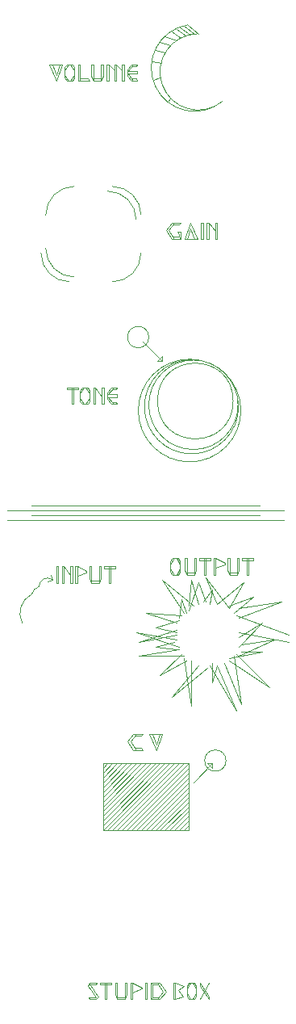
<source format=gto>
G04 #@! TF.GenerationSoftware,KiCad,Pcbnew,(5.1.9)-1*
G04 #@! TF.CreationDate,2021-10-16T13:20:25+02:00*
G04 #@! TF.ProjectId,StupidBoxPanel,53747570-6964-4426-9f78-50616e656c2e,rev?*
G04 #@! TF.SameCoordinates,Original*
G04 #@! TF.FileFunction,Legend,Top*
G04 #@! TF.FilePolarity,Positive*
%FSLAX46Y46*%
G04 Gerber Fmt 4.6, Leading zero omitted, Abs format (unit mm)*
G04 Created by KiCad (PCBNEW (5.1.9)-1) date 2021-10-16 13:20:25*
%MOMM*%
%LPD*%
G01*
G04 APERTURE LIST*
%ADD10C,0.120000*%
%ADD11O,6.700000X4.200000*%
G04 APERTURE END LIST*
D10*
X78200000Y-68800000D02*
X78700000Y-68300000D01*
X76700000Y-66800000D02*
X78700000Y-68800000D01*
X78700000Y-68800000D02*
X78700000Y-68300000D01*
X78700000Y-68800000D02*
X78200000Y-68800000D01*
X77318034Y-66300000D02*
G75*
G03*
X77318034Y-66300000I-1118034J0D01*
G01*
X85418034Y-110700000D02*
G75*
G03*
X85418034Y-110700000I-1118034J0D01*
G01*
X84000000Y-111500000D02*
X83500000Y-111000000D01*
X84000000Y-111000000D02*
X84000000Y-111500000D01*
X84000000Y-111000000D02*
X83500000Y-111000000D01*
X82000000Y-113000000D02*
X84000000Y-111000000D01*
X73500000Y-50500000D02*
G75*
G02*
X76500000Y-53500000I0J-3000000D01*
G01*
X66500000Y-53500000D02*
G75*
G02*
X69500000Y-50500000I3000000J0D01*
G01*
X76500000Y-57500000D02*
G75*
G02*
X73500000Y-60500000I-3000000J0D01*
G01*
X69000000Y-60500000D02*
G75*
G02*
X66000000Y-57500000I0J3000000D01*
G01*
X73000000Y-51000000D02*
G75*
G02*
X76000000Y-54000000I0J-3000000D01*
G01*
X69500000Y-60000000D02*
G75*
G02*
X66500000Y-57000000I0J3000000D01*
G01*
X65000000Y-84000000D02*
X89000000Y-84000000D01*
X62500000Y-84500000D02*
X91500000Y-84500000D01*
X65000000Y-85000000D02*
X89000000Y-85000000D01*
X62500000Y-85500000D02*
X91500000Y-85500000D01*
X82000000Y-42500000D02*
X82000000Y-42600000D01*
X79600000Y-41300000D02*
X79300000Y-41600000D01*
X78500000Y-39100000D02*
X77800000Y-39300000D01*
X78600000Y-37600000D02*
X77700000Y-37400000D01*
X79000000Y-36500000D02*
X78000000Y-36200000D01*
X79600000Y-35700000D02*
X78500000Y-35400000D01*
X80200000Y-35200000D02*
X79000000Y-34800000D01*
X80700000Y-34900000D02*
X79700000Y-34300000D01*
X81200000Y-34700000D02*
X80200000Y-34000000D01*
X81700000Y-34600000D02*
X80600000Y-33800000D01*
X82100000Y-34500000D02*
X81000000Y-33700000D01*
X82500000Y-34500000D02*
X81386612Y-33571173D01*
X85060738Y-41572885D02*
G75*
G02*
X81386612Y-33571173I-2924126J3501712D01*
G01*
X85060738Y-41572885D02*
G75*
G02*
X82500000Y-34500000I-2560738J3072885D01*
G01*
X86985165Y-74000000D02*
G75*
G03*
X86985165Y-74000000I-5385165J0D01*
G01*
X86739636Y-73600000D02*
G75*
G03*
X86739636Y-73600000I-4939636J0D01*
G01*
X86686150Y-73400000D02*
G75*
G03*
X86686150Y-73400000I-4686150J0D01*
G01*
X86169887Y-73000000D02*
G75*
G03*
X86169887Y-73000000I-3969887J0D01*
G01*
X64028109Y-96262776D02*
G75*
G02*
X65028109Y-93262778I1999999J999999D01*
G01*
X67190253Y-91714932D02*
X66725321Y-91905185D01*
X67190253Y-91714932D02*
X67000000Y-91250000D01*
X65788868Y-92464931D02*
G75*
G02*
X67190253Y-91714932I901386J0D01*
G01*
X65028109Y-93262778D02*
G75*
G02*
X65788868Y-92464931I1010758J-202152D01*
G01*
X87250000Y-92000000D02*
X85750000Y-94750000D01*
X84500000Y-94250000D02*
X87250000Y-92000000D01*
X82500000Y-92000000D02*
X81500000Y-95000000D01*
X83250000Y-94000000D02*
X82500000Y-92000000D01*
X83250000Y-91500000D02*
X84500000Y-94250000D01*
X85750000Y-94750000D02*
X83250000Y-91500000D01*
X84000000Y-92750000D02*
X83750000Y-94250000D01*
X83000000Y-94000000D02*
X84000000Y-92750000D01*
X81750000Y-91750000D02*
X82500000Y-94250000D01*
X81500000Y-94500000D02*
X81750000Y-91750000D01*
X78750000Y-91750000D02*
X81000000Y-95250000D01*
X82000000Y-94500000D02*
X78750000Y-91750000D01*
X80750000Y-93750000D02*
X80500000Y-95750000D01*
X81250000Y-95250000D02*
X80750000Y-93750000D01*
X78000000Y-96750000D02*
X80250000Y-97250000D01*
X80500000Y-96000000D02*
X78000000Y-96750000D01*
X76250000Y-98250000D02*
X80250000Y-97500000D01*
X80250000Y-97000000D02*
X76250000Y-98250000D01*
X77000000Y-95250000D02*
X80250000Y-96250000D01*
X80750000Y-95500000D02*
X77000000Y-95250000D01*
X88250000Y-93500000D02*
X85750000Y-94500000D01*
X86250000Y-95250000D02*
X88250000Y-93500000D01*
X92000000Y-98250000D02*
X86750000Y-97250000D01*
X86500000Y-95500000D02*
X92000000Y-97500000D01*
X91250000Y-94000000D02*
X86750000Y-95750000D01*
X86750000Y-94750000D02*
X91250000Y-94000000D01*
X78000000Y-98750000D02*
X80250000Y-99000000D01*
X80000000Y-98250000D02*
X78000000Y-98750000D01*
X76000000Y-97250000D02*
X80250000Y-98000000D01*
X80500000Y-98750000D02*
X76000000Y-97250000D01*
X89250000Y-96250000D02*
X86750000Y-97750000D01*
X86750000Y-98750000D02*
X89250000Y-96250000D01*
X76250000Y-99750000D02*
X80500000Y-99000000D01*
X81000000Y-99750000D02*
X76250000Y-99750000D01*
X78500000Y-101750000D02*
X80750000Y-99500000D01*
X81250000Y-100250000D02*
X78500000Y-101750000D01*
X89250000Y-99250000D02*
X85750000Y-100000000D01*
X87000000Y-99250000D02*
X89250000Y-99250000D01*
X90500000Y-98000000D02*
X86750000Y-99750000D01*
X87000000Y-98500000D02*
X90500000Y-98000000D01*
X87000000Y-104750000D02*
X85250000Y-100500000D01*
X86250000Y-99750000D02*
X87000000Y-104750000D01*
X90000000Y-103000000D02*
X86500000Y-99500000D01*
X85750000Y-100250000D02*
X90000000Y-103000000D01*
X81750000Y-105000000D02*
X81750000Y-100250000D01*
X81000000Y-100000000D02*
X81750000Y-105000000D01*
X79750000Y-104000000D02*
X82500000Y-100750000D01*
X83500000Y-101000000D02*
X79750000Y-104000000D01*
X84000000Y-102500000D02*
X84000000Y-100500000D01*
X84500000Y-100750000D02*
X84000000Y-102500000D01*
X86500000Y-105500000D02*
X84500000Y-100750000D01*
X83750000Y-100750000D02*
X86500000Y-105500000D01*
X74000000Y-135500000D02*
X74800000Y-135500000D01*
X71300000Y-91850000D02*
X72100000Y-91850000D01*
X78800000Y-134900000D02*
X78200000Y-134000000D01*
X78200000Y-135700000D02*
X78800000Y-134900000D01*
X83600000Y-134000000D02*
X82700000Y-135700000D01*
X82700000Y-134000000D02*
X83600000Y-135400000D01*
X83600000Y-135700000D02*
X83600000Y-135400000D01*
X82700000Y-134300000D02*
X83600000Y-135700000D01*
X82700000Y-134000000D02*
X82700000Y-134300000D01*
X81000000Y-134300000D02*
X80100000Y-134000000D01*
X80400000Y-134800000D02*
X81000000Y-134300000D01*
X80900000Y-135400000D02*
X80400000Y-134800000D01*
X80100000Y-135700000D02*
X80900000Y-135400000D01*
X80100000Y-134000000D02*
X80100000Y-135700000D01*
X79900000Y-135700000D02*
X79900000Y-134000000D01*
X79900000Y-134000000D02*
X80100000Y-134000000D01*
X79900000Y-135700000D02*
X80100000Y-135700000D01*
X81500000Y-135700000D02*
X81300000Y-135400000D01*
X82300000Y-135400000D02*
X82300000Y-134300000D01*
X82100000Y-135700000D02*
X81500000Y-135700000D01*
X82100000Y-134000000D02*
X82300000Y-134300000D01*
X81500000Y-134000000D02*
X82100000Y-134000000D01*
X81900000Y-134000000D02*
X82300000Y-134600000D01*
X82300000Y-135100000D02*
X81900000Y-135700000D01*
X81300000Y-134600000D02*
X81700000Y-134000000D01*
X81300000Y-134300000D02*
X81300000Y-135400000D01*
X81300000Y-134300000D02*
X81500000Y-134000000D01*
X82300000Y-135400000D02*
X82100000Y-135700000D01*
X81300000Y-135100000D02*
X81700000Y-135700000D01*
X77700000Y-134200000D02*
X77700000Y-135500000D01*
X77500000Y-134000000D02*
X77500000Y-135700000D01*
X78300000Y-134200000D02*
X77700000Y-134200000D01*
X77700000Y-134200000D02*
X77500000Y-134000000D01*
X78300000Y-135500000D02*
X77700000Y-135500000D01*
X77700000Y-135500000D02*
X77500000Y-135700000D01*
X77500000Y-135700000D02*
X78500000Y-135700000D01*
X78500000Y-135700000D02*
X79100000Y-134900000D01*
X78500000Y-134000000D02*
X77500000Y-134000000D01*
X79100000Y-134900000D02*
X78500000Y-134000000D01*
X71100000Y-134000000D02*
X70900000Y-134300000D01*
X72000000Y-135400000D02*
X71800000Y-135700000D01*
X71400000Y-135000000D02*
X71300000Y-134800000D01*
X71600000Y-134900000D02*
X71500000Y-134700000D01*
X72000000Y-135400000D02*
X71600000Y-134900000D01*
X70900000Y-134300000D02*
X71300000Y-134800000D01*
X71100000Y-134200000D02*
X71500000Y-134700000D01*
X71800000Y-135500000D02*
X71400000Y-135000000D01*
X71800000Y-135700000D02*
X71100000Y-135700000D01*
X71800000Y-135500000D02*
X71000000Y-135500000D01*
X71000000Y-135500000D02*
X71100000Y-135700000D01*
X71800000Y-134200000D02*
X71100000Y-134200000D01*
X71900000Y-134000000D02*
X71800000Y-134200000D01*
X71900000Y-134000000D02*
X71100000Y-134000000D01*
X77100000Y-134000000D02*
X77100000Y-135700000D01*
X76900000Y-135700000D02*
X76900000Y-134000000D01*
X76900000Y-134000000D02*
X77100000Y-134000000D01*
X75600000Y-134000000D02*
X76600000Y-134500000D01*
X75600000Y-134000000D02*
X75600000Y-135700000D01*
X75400000Y-135700000D02*
X75600000Y-135700000D01*
X75400000Y-134000000D02*
X75600000Y-134000000D01*
X76600000Y-134500000D02*
X76600000Y-134600000D01*
X75400000Y-135700000D02*
X75400000Y-134000000D01*
X76600000Y-134600000D02*
X75600000Y-135000000D01*
X76900000Y-135700000D02*
X77100000Y-135700000D01*
X72900000Y-134200000D02*
X73400000Y-134200000D01*
X73400000Y-134200000D02*
X73400000Y-134000000D01*
X73400000Y-134000000D02*
X72900000Y-134000000D01*
X74000000Y-134000000D02*
X74000000Y-135700000D01*
X72700000Y-134000000D02*
X72900000Y-134000000D01*
X74000000Y-135700000D02*
X74800000Y-135700000D01*
X73800000Y-135200000D02*
X73800000Y-134000000D01*
X73800000Y-135200000D02*
X74000000Y-135700000D01*
X72700000Y-135700000D02*
X72700000Y-134000000D01*
X75000000Y-135200000D02*
X74800000Y-135700000D01*
X72700000Y-134200000D02*
X72900000Y-134200000D01*
X72700000Y-134000000D02*
X72200000Y-134000000D01*
X72900000Y-134000000D02*
X72900000Y-135700000D01*
X74800000Y-134000000D02*
X75000000Y-134000000D01*
X74800000Y-135700000D02*
X74800000Y-134000000D01*
X72200000Y-134200000D02*
X72700000Y-134200000D01*
X72200000Y-134000000D02*
X72200000Y-134200000D01*
X72700000Y-135700000D02*
X72900000Y-135700000D01*
X75000000Y-134000000D02*
X75000000Y-135200000D01*
X73800000Y-134000000D02*
X74000000Y-134000000D01*
X81500000Y-117500000D02*
X81000000Y-118000000D01*
X81500000Y-117000000D02*
X80500000Y-118000000D01*
X81500000Y-116500000D02*
X80000000Y-118000000D01*
X81500000Y-116000000D02*
X79500000Y-118000000D01*
X79000000Y-118000000D02*
X81500000Y-115500000D01*
X81500000Y-115000000D02*
X78500000Y-118000000D01*
X78000000Y-118000000D02*
X81500000Y-114500000D01*
X81500000Y-114000000D02*
X77500000Y-118000000D01*
X77000000Y-118000000D02*
X81500000Y-113500000D01*
X81500000Y-113000000D02*
X76500000Y-118000000D01*
X76000000Y-118000000D02*
X81500000Y-112500000D01*
X81500000Y-112000000D02*
X75500000Y-118000000D01*
X75000000Y-118000000D02*
X81500000Y-111500000D01*
X81500000Y-111000000D02*
X74500000Y-118000000D01*
X74000000Y-118000000D02*
X81000000Y-111000000D01*
X80500000Y-111000000D02*
X73500000Y-118000000D01*
X73000000Y-118000000D02*
X80000000Y-111000000D01*
X72500000Y-118000000D02*
X73000000Y-118000000D01*
X79500000Y-111000000D02*
X72500000Y-118000000D01*
X73000000Y-111000000D02*
X72500000Y-111500000D01*
X72500000Y-117500000D02*
X79000000Y-111000000D01*
X78500000Y-111000000D02*
X72500000Y-117000000D01*
X78000000Y-111000000D02*
X72500000Y-116500000D01*
X77500000Y-111000000D02*
X72500000Y-116000000D01*
X77000000Y-111000000D02*
X72500000Y-115500000D01*
X76500000Y-111000000D02*
X72500000Y-115000000D01*
X76000000Y-111000000D02*
X72500000Y-114500000D01*
X75500000Y-111000000D02*
X72500000Y-114000000D01*
X75000000Y-111000000D02*
X72500000Y-113500000D01*
X74500000Y-111000000D02*
X72500000Y-113000000D01*
X72500000Y-112500000D02*
X74000000Y-111000000D01*
X73500000Y-111000000D02*
X72500000Y-112000000D01*
X72500000Y-118000000D02*
X72500000Y-111000000D01*
X81500000Y-118000000D02*
X72500000Y-118000000D01*
X81500000Y-111000000D02*
X81500000Y-118000000D01*
X72500000Y-111000000D02*
X81500000Y-111000000D01*
X73900000Y-37700000D02*
X74500000Y-38300000D01*
X73100000Y-37700000D02*
X73700000Y-38300000D01*
X74700000Y-37700000D02*
X74700000Y-39400000D01*
X74500000Y-39400000D02*
X74500000Y-37700000D01*
X74500000Y-37700000D02*
X74700000Y-37700000D01*
X74500000Y-39400000D02*
X74700000Y-39400000D01*
X73900000Y-37700000D02*
X73900000Y-39400000D01*
X73700000Y-39400000D02*
X73700000Y-37700000D01*
X73700000Y-37700000D02*
X73900000Y-37700000D01*
X73700000Y-39400000D02*
X73900000Y-39400000D01*
X73100000Y-37700000D02*
X73100000Y-39400000D01*
X72900000Y-39400000D02*
X72900000Y-37700000D01*
X72900000Y-37700000D02*
X73100000Y-37700000D01*
X72900000Y-39400000D02*
X73100000Y-39400000D01*
X70900000Y-39200000D02*
X70100000Y-39200000D01*
X71100000Y-39400000D02*
X70900000Y-39200000D01*
X70100000Y-39400000D02*
X71100000Y-39400000D01*
X70100000Y-37700000D02*
X70100000Y-39400000D01*
X69900000Y-39400000D02*
X69900000Y-37700000D01*
X69900000Y-37700000D02*
X70100000Y-37700000D01*
X69900000Y-39400000D02*
X70100000Y-39400000D01*
X71500000Y-37700000D02*
X71500000Y-39400000D01*
X71500000Y-39200000D02*
X72300000Y-39200000D01*
X71500000Y-39400000D02*
X72300000Y-39400000D01*
X71300000Y-38900000D02*
X71300000Y-37700000D01*
X71300000Y-38900000D02*
X71500000Y-39400000D01*
X72500000Y-38900000D02*
X72300000Y-39400000D01*
X72300000Y-37700000D02*
X72500000Y-37700000D01*
X72300000Y-39400000D02*
X72300000Y-37700000D01*
X72500000Y-37700000D02*
X72500000Y-38900000D01*
X71300000Y-37700000D02*
X71500000Y-37700000D01*
X69300000Y-37700000D02*
X69500000Y-38000000D01*
X68700000Y-39400000D02*
X68500000Y-39100000D01*
X69500000Y-39100000D02*
X69500000Y-38000000D01*
X69300000Y-39400000D02*
X68700000Y-39400000D01*
X76100000Y-38600000D02*
X76100000Y-38700000D01*
X75700000Y-37700000D02*
X75100000Y-38500000D01*
X75900000Y-38400000D02*
X76100000Y-38400000D01*
X76000000Y-37900000D02*
X76100000Y-37700000D01*
X76100000Y-38700000D02*
X75200000Y-38700000D01*
X76000000Y-39200000D02*
X76100000Y-39400000D01*
X75700000Y-39400000D02*
X75100000Y-38600000D01*
X75200000Y-38400000D02*
X75900000Y-38400000D01*
X75600000Y-37900000D02*
X76000000Y-37900000D01*
X76100000Y-38400000D02*
X76100000Y-38600000D01*
X75600000Y-39200000D02*
X76000000Y-39200000D01*
X68500000Y-38000000D02*
X68700000Y-37700000D01*
X68700000Y-37700000D02*
X69300000Y-37700000D01*
X69500000Y-38800000D02*
X69100000Y-39400000D01*
X68500000Y-38300000D02*
X68900000Y-37700000D01*
X68500000Y-38800000D02*
X68900000Y-39400000D01*
X69100000Y-37700000D02*
X69500000Y-38300000D01*
X68500000Y-38000000D02*
X68500000Y-39100000D01*
X69500000Y-39100000D02*
X69300000Y-39400000D01*
X75500000Y-39400000D02*
X76100000Y-39400000D01*
X75100000Y-38900000D02*
X75500000Y-39400000D01*
X75100000Y-38200000D02*
X75100000Y-38900000D01*
X75500000Y-37700000D02*
X76100000Y-37700000D01*
X75100000Y-38200000D02*
X75500000Y-37700000D01*
X67200000Y-37700000D02*
X67600000Y-38800000D01*
X66900000Y-37700000D02*
X67600000Y-39400000D01*
X67600000Y-38800000D02*
X68000000Y-37700000D01*
X67600000Y-39400000D02*
X68200000Y-37700000D01*
X68200000Y-37700000D02*
X66900000Y-37700000D01*
X80500000Y-55500000D02*
X80500000Y-55800000D01*
X80300000Y-55300000D02*
X80500000Y-55500000D01*
X80700000Y-55300000D02*
X80300000Y-55300000D01*
X80700000Y-56000000D02*
X80700000Y-55300000D01*
X79900000Y-55800000D02*
X80500000Y-55800000D01*
X80500000Y-55800000D02*
X80700000Y-56000000D01*
X79900000Y-54500000D02*
X80500000Y-54500000D01*
X80500000Y-54500000D02*
X80700000Y-54300000D01*
X79400000Y-55100000D02*
X80000000Y-56000000D01*
X80000000Y-54300000D02*
X79400000Y-55100000D01*
X80700000Y-54300000D02*
X79700000Y-54300000D01*
X79700000Y-54300000D02*
X79100000Y-55100000D01*
X79700000Y-56000000D02*
X80700000Y-56000000D01*
X79100000Y-55100000D02*
X79700000Y-56000000D01*
X82100000Y-56000000D02*
X81700000Y-54900000D01*
X82400000Y-56000000D02*
X81700000Y-54300000D01*
X81700000Y-54900000D02*
X81300000Y-56000000D01*
X81700000Y-54300000D02*
X81100000Y-56000000D01*
X81100000Y-56000000D02*
X82400000Y-56000000D01*
X73900000Y-71800000D02*
X74000000Y-71600000D01*
X73500000Y-71800000D02*
X73900000Y-71800000D01*
X73900000Y-73100000D02*
X74000000Y-73300000D01*
X73500000Y-73100000D02*
X73900000Y-73100000D01*
X74000000Y-72600000D02*
X73100000Y-72600000D01*
X74000000Y-72500000D02*
X74000000Y-72600000D01*
X74000000Y-72300000D02*
X74000000Y-72500000D01*
X73800000Y-72300000D02*
X74000000Y-72300000D01*
X73100000Y-72300000D02*
X73800000Y-72300000D01*
X73600000Y-73300000D02*
X73000000Y-72500000D01*
X73600000Y-71600000D02*
X73000000Y-72400000D01*
X73400000Y-71600000D02*
X74000000Y-71600000D01*
X73000000Y-72100000D02*
X73400000Y-71600000D01*
X73400000Y-73300000D02*
X74000000Y-73300000D01*
X73000000Y-72800000D02*
X73400000Y-73300000D01*
X73000000Y-72100000D02*
X73000000Y-72800000D01*
X71700000Y-71600000D02*
X72400000Y-72500000D01*
X71500000Y-73300000D02*
X71500000Y-71600000D01*
X71700000Y-71600000D02*
X71700000Y-73300000D01*
X71500000Y-71600000D02*
X71700000Y-71600000D01*
X72400000Y-71600000D02*
X72600000Y-71600000D01*
X72600000Y-71600000D02*
X72600000Y-73300000D01*
X71500000Y-73300000D02*
X71700000Y-73300000D01*
X72400000Y-72500000D02*
X72400000Y-71600000D01*
X72600000Y-73300000D02*
X72400000Y-73300000D01*
X72400000Y-73300000D02*
X72400000Y-72500000D01*
X83000000Y-54300000D02*
X83000000Y-56000000D01*
X82800000Y-56000000D02*
X82800000Y-54300000D01*
X82800000Y-54300000D02*
X83000000Y-54300000D01*
X84500000Y-56000000D02*
X84300000Y-56000000D01*
X84300000Y-56000000D02*
X84300000Y-55200000D01*
X84300000Y-55200000D02*
X84300000Y-54300000D01*
X83400000Y-56000000D02*
X83400000Y-54300000D01*
X83600000Y-54300000D02*
X83600000Y-56000000D01*
X82800000Y-56000000D02*
X83000000Y-56000000D01*
X84500000Y-54300000D02*
X84500000Y-56000000D01*
X83400000Y-54300000D02*
X83600000Y-54300000D01*
X83400000Y-56000000D02*
X83600000Y-56000000D01*
X84300000Y-54300000D02*
X84500000Y-54300000D01*
X83600000Y-54300000D02*
X84300000Y-55200000D01*
X70300000Y-73300000D02*
X70100000Y-73000000D01*
X71100000Y-73000000D02*
X71100000Y-71900000D01*
X70900000Y-73300000D02*
X70300000Y-73300000D01*
X70900000Y-71600000D02*
X71100000Y-71900000D01*
X70300000Y-71600000D02*
X70900000Y-71600000D01*
X70700000Y-71600000D02*
X71100000Y-72200000D01*
X71100000Y-72700000D02*
X70700000Y-73300000D01*
X70100000Y-72200000D02*
X70500000Y-71600000D01*
X70100000Y-71900000D02*
X70100000Y-73000000D01*
X70100000Y-71900000D02*
X70300000Y-71600000D01*
X71100000Y-73000000D02*
X70900000Y-73300000D01*
X70100000Y-72700000D02*
X70500000Y-73300000D01*
X69200000Y-71600000D02*
X68700000Y-71600000D01*
X69200000Y-73300000D02*
X69200000Y-71600000D01*
X69900000Y-71800000D02*
X69900000Y-71600000D01*
X69400000Y-71800000D02*
X69900000Y-71800000D01*
X69200000Y-73300000D02*
X69400000Y-73300000D01*
X68700000Y-71600000D02*
X68700000Y-71800000D01*
X68700000Y-71800000D02*
X69200000Y-71800000D01*
X69200000Y-71600000D02*
X69400000Y-71600000D01*
X69900000Y-71600000D02*
X69400000Y-71600000D01*
X69200000Y-71800000D02*
X69400000Y-71800000D01*
X69400000Y-71600000D02*
X69400000Y-73300000D01*
X80200000Y-89500000D02*
X80600000Y-90100000D01*
X79600000Y-90100000D02*
X80000000Y-89500000D01*
X80600000Y-90600000D02*
X80200000Y-91200000D01*
X79600000Y-90600000D02*
X80000000Y-91200000D01*
X79600000Y-89800000D02*
X79600000Y-90900000D01*
X80600000Y-90900000D02*
X80600000Y-89800000D01*
X79800000Y-91200000D02*
X79600000Y-90900000D01*
X80400000Y-91200000D02*
X79800000Y-91200000D01*
X80600000Y-90900000D02*
X80400000Y-91200000D01*
X80400000Y-89500000D02*
X80600000Y-89800000D01*
X79600000Y-89800000D02*
X79800000Y-89500000D01*
X79800000Y-89500000D02*
X80400000Y-89500000D01*
X82600000Y-89700000D02*
X83100000Y-89700000D01*
X83800000Y-89700000D02*
X83800000Y-89500000D01*
X83100000Y-89500000D02*
X83300000Y-89500000D01*
X82300000Y-90700000D02*
X82100000Y-91200000D01*
X82300000Y-89500000D02*
X82300000Y-90700000D01*
X83300000Y-89700000D02*
X83800000Y-89700000D01*
X81100000Y-89500000D02*
X81300000Y-89500000D01*
X82600000Y-89500000D02*
X82600000Y-89700000D01*
X81100000Y-90700000D02*
X81100000Y-89500000D01*
X82100000Y-91200000D02*
X82100000Y-89500000D01*
X81300000Y-89500000D02*
X81300000Y-91200000D01*
X81300000Y-91000000D02*
X82100000Y-91000000D01*
X81300000Y-91200000D02*
X82100000Y-91200000D01*
X83100000Y-89700000D02*
X83300000Y-89700000D01*
X83300000Y-89500000D02*
X83300000Y-91200000D01*
X83100000Y-91200000D02*
X83100000Y-89500000D01*
X83800000Y-89500000D02*
X83300000Y-89500000D01*
X83100000Y-91200000D02*
X83300000Y-91200000D01*
X83100000Y-89500000D02*
X82600000Y-89500000D01*
X81100000Y-90700000D02*
X81300000Y-91200000D01*
X82100000Y-89500000D02*
X82300000Y-89500000D01*
X84300000Y-89500000D02*
X85300000Y-90000000D01*
X84300000Y-89500000D02*
X84300000Y-91200000D01*
X84100000Y-91200000D02*
X84300000Y-91200000D01*
X84100000Y-89500000D02*
X84300000Y-89500000D01*
X85300000Y-90000000D02*
X85300000Y-90100000D01*
X84100000Y-91200000D02*
X84100000Y-89500000D01*
X85300000Y-90100000D02*
X84300000Y-90500000D01*
X87800000Y-89700000D02*
X88300000Y-89700000D01*
X88300000Y-89700000D02*
X88300000Y-89500000D01*
X88300000Y-89500000D02*
X87800000Y-89500000D01*
X85800000Y-89500000D02*
X85800000Y-91200000D01*
X87600000Y-89500000D02*
X87800000Y-89500000D01*
X85800000Y-91000000D02*
X86600000Y-91000000D01*
X85800000Y-91200000D02*
X86600000Y-91200000D01*
X85600000Y-90700000D02*
X85600000Y-89500000D01*
X85600000Y-90700000D02*
X85800000Y-91200000D01*
X87600000Y-91200000D02*
X87600000Y-89500000D01*
X86800000Y-90700000D02*
X86600000Y-91200000D01*
X87600000Y-89700000D02*
X87800000Y-89700000D01*
X87600000Y-89500000D02*
X87100000Y-89500000D01*
X87800000Y-89500000D02*
X87800000Y-91200000D01*
X86600000Y-89500000D02*
X86800000Y-89500000D01*
X86600000Y-91200000D02*
X86600000Y-89500000D01*
X87100000Y-89700000D02*
X87600000Y-89700000D01*
X87100000Y-89500000D02*
X87100000Y-89700000D01*
X87600000Y-91200000D02*
X87800000Y-91200000D01*
X86800000Y-89500000D02*
X86800000Y-90700000D01*
X85600000Y-89500000D02*
X85800000Y-89500000D01*
X73800000Y-90350000D02*
X73300000Y-90350000D01*
X73800000Y-90550000D02*
X73800000Y-90350000D01*
X73300000Y-90550000D02*
X73800000Y-90550000D01*
X73100000Y-90550000D02*
X73300000Y-90550000D01*
X72600000Y-90550000D02*
X73100000Y-90550000D01*
X72600000Y-90350000D02*
X72600000Y-90550000D01*
X73100000Y-90350000D02*
X72600000Y-90350000D01*
X73300000Y-90350000D02*
X73300000Y-92050000D01*
X73100000Y-92050000D02*
X73100000Y-90350000D01*
X73100000Y-90350000D02*
X73300000Y-90350000D01*
X73100000Y-92050000D02*
X73300000Y-92050000D01*
X72300000Y-91550000D02*
X72100000Y-92050000D01*
X72300000Y-90350000D02*
X72300000Y-91550000D01*
X72100000Y-90350000D02*
X72300000Y-90350000D01*
X72100000Y-92050000D02*
X72100000Y-90350000D01*
X71300000Y-92050000D02*
X72100000Y-92050000D01*
X71300000Y-90350000D02*
X71300000Y-92050000D01*
X71100000Y-91550000D02*
X71100000Y-90350000D01*
X71100000Y-90350000D02*
X71300000Y-90350000D01*
X71100000Y-91550000D02*
X71300000Y-92050000D01*
X70800000Y-90850000D02*
X70800000Y-90950000D01*
X70800000Y-90950000D02*
X69800000Y-91350000D01*
X69800000Y-90350000D02*
X70800000Y-90850000D01*
X69800000Y-90350000D02*
X69800000Y-92050000D01*
X69600000Y-92050000D02*
X69600000Y-90350000D01*
X69600000Y-90350000D02*
X69800000Y-90350000D01*
X69600000Y-92050000D02*
X69800000Y-92050000D01*
X69100000Y-92050000D02*
X69100000Y-91250000D01*
X69300000Y-92050000D02*
X69100000Y-92050000D01*
X69300000Y-90350000D02*
X69300000Y-92050000D01*
X69100000Y-90350000D02*
X69300000Y-90350000D01*
X69100000Y-91250000D02*
X69100000Y-90350000D01*
X68400000Y-90350000D02*
X69100000Y-91250000D01*
X68400000Y-90350000D02*
X68400000Y-92050000D01*
X68200000Y-92050000D02*
X68200000Y-90350000D01*
X68200000Y-90350000D02*
X68400000Y-90350000D01*
X68200000Y-92050000D02*
X68400000Y-92050000D01*
X67600000Y-92050000D02*
X67800000Y-92050000D01*
X67600000Y-90350000D02*
X67800000Y-90350000D01*
X67800000Y-90350000D02*
X67800000Y-92050000D01*
X67600000Y-92050000D02*
X67600000Y-90350000D01*
X76500000Y-108100000D02*
X76700000Y-107900000D01*
X75900000Y-108100000D02*
X76500000Y-108100000D01*
X76500000Y-109400000D02*
X76700000Y-109600000D01*
X75900000Y-109400000D02*
X76500000Y-109400000D01*
X75400000Y-108700000D02*
X76000000Y-109600000D01*
X76000000Y-107900000D02*
X75400000Y-108700000D01*
X78100000Y-109000000D02*
X78500000Y-107900000D01*
X77700000Y-107900000D02*
X78100000Y-109000000D01*
X78700000Y-107900000D02*
X77400000Y-107900000D01*
X78100000Y-109600000D02*
X78700000Y-107900000D01*
X77400000Y-107900000D02*
X78100000Y-109600000D01*
X75700000Y-109600000D02*
X76700000Y-109600000D01*
X75100000Y-108700000D02*
X75700000Y-109600000D01*
X75700000Y-107900000D02*
X75100000Y-108700000D01*
X76700000Y-107900000D02*
X75700000Y-107900000D01*
%LPC*%
D11*
X71000000Y-155000000D03*
X71000000Y-28000000D03*
M02*

</source>
